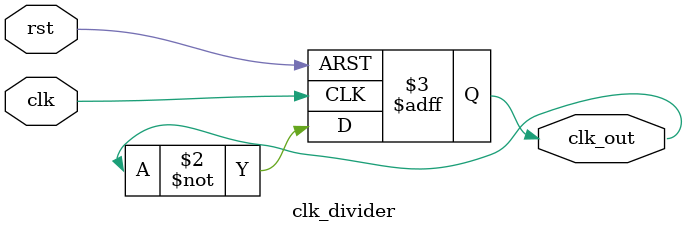
<source format=v>
`timescale 1ns / 1ps

module clk_divider(input clk ,
                   input rst , 
                   output reg clk_out);
                    
                always @(posedge clk or posedge rst)
                    if(rst)
                       clk_out <= 0 ;
                    else 
                        clk_out <= ~clk_out ;
endmodule

</source>
